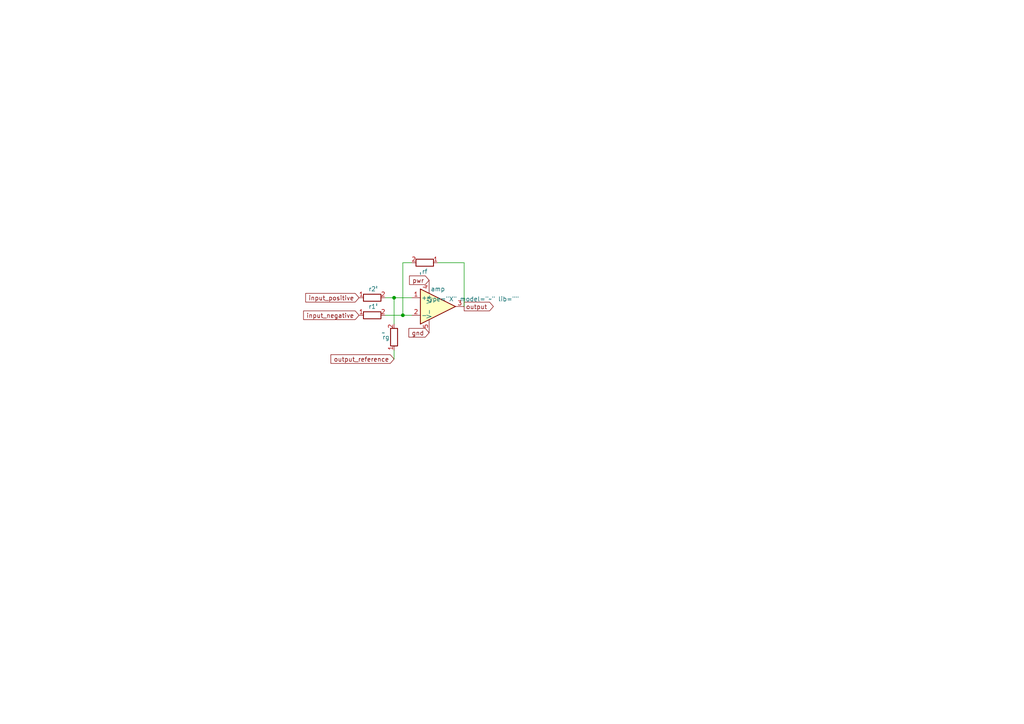
<source format=kicad_sch>
(kicad_sch (version 20211123) (generator eeschema)

  (uuid b55f6c44-5d5d-4524-bb86-893662f64598)

  (paper "A4")

  (lib_symbols
    (symbol "Device:R" (pin_names (offset 0)) (in_bom yes) (on_board yes)
      (property "Reference" "R" (id 0) (at 2.032 0 90)
        (effects (font (size 1.27 1.27)))
      )
      (property "Value" "R" (id 1) (at 0 0 90)
        (effects (font (size 1.27 1.27)))
      )
      (property "Footprint" "" (id 2) (at -1.778 0 90)
        (effects (font (size 1.27 1.27)) hide)
      )
      (property "Datasheet" "~" (id 3) (at 0 0 0)
        (effects (font (size 1.27 1.27)) hide)
      )
      (property "ki_keywords" "R res resistor" (id 4) (at 0 0 0)
        (effects (font (size 1.27 1.27)) hide)
      )
      (property "ki_description" "Resistor" (id 5) (at 0 0 0)
        (effects (font (size 1.27 1.27)) hide)
      )
      (property "ki_fp_filters" "R_*" (id 6) (at 0 0 0)
        (effects (font (size 1.27 1.27)) hide)
      )
      (symbol "R_0_1"
        (rectangle (start -1.016 -2.54) (end 1.016 2.54)
          (stroke (width 0.254) (type default) (color 0 0 0 0))
          (fill (type none))
        )
      )
      (symbol "R_1_1"
        (pin passive line (at 0 3.81 270) (length 1.27)
          (name "~" (effects (font (size 1.27 1.27))))
          (number "1" (effects (font (size 1.27 1.27))))
        )
        (pin passive line (at 0 -3.81 90) (length 1.27)
          (name "~" (effects (font (size 1.27 1.27))))
          (number "2" (effects (font (size 1.27 1.27))))
        )
      )
    )
    (symbol "Simulation_SPICE:OPAMP" (pin_names (offset 0.254)) (in_bom yes) (on_board yes)
      (property "Reference" "U" (id 0) (at 3.81 3.175 0)
        (effects (font (size 1.27 1.27)) (justify left))
      )
      (property "Value" "OPAMP" (id 1) (at 3.81 -3.175 0)
        (effects (font (size 1.27 1.27)) (justify left))
      )
      (property "Footprint" "" (id 2) (at 0 0 0)
        (effects (font (size 1.27 1.27)) hide)
      )
      (property "Datasheet" "~" (id 3) (at 0 0 0)
        (effects (font (size 1.27 1.27)) hide)
      )
      (property "Spice_Netlist_Enabled" "Y" (id 4) (at 0 0 0)
        (effects (font (size 1.27 1.27)) (justify left) hide)
      )
      (property "Spice_Primitive" "X" (id 5) (at 0 0 0)
        (effects (font (size 1.27 1.27)) (justify left) hide)
      )
      (property "ki_keywords" "simulation" (id 6) (at 0 0 0)
        (effects (font (size 1.27 1.27)) hide)
      )
      (property "ki_description" "Operational amplifier, single, node sequence=1:+ 2:- 3:OUT 4:V+ 5:V-" (id 7) (at 0 0 0)
        (effects (font (size 1.27 1.27)) hide)
      )
      (symbol "OPAMP_0_1"
        (polyline
          (pts
            (xy 5.08 0)
            (xy -5.08 5.08)
            (xy -5.08 -5.08)
            (xy 5.08 0)
          )
          (stroke (width 0.254) (type default) (color 0 0 0 0))
          (fill (type background))
        )
      )
      (symbol "OPAMP_1_1"
        (pin input line (at -7.62 2.54 0) (length 2.54)
          (name "+" (effects (font (size 1.27 1.27))))
          (number "1" (effects (font (size 1.27 1.27))))
        )
        (pin input line (at -7.62 -2.54 0) (length 2.54)
          (name "-" (effects (font (size 1.27 1.27))))
          (number "2" (effects (font (size 1.27 1.27))))
        )
        (pin output line (at 7.62 0 180) (length 2.54)
          (name "~" (effects (font (size 1.27 1.27))))
          (number "3" (effects (font (size 1.27 1.27))))
        )
        (pin power_in line (at -2.54 7.62 270) (length 3.81)
          (name "V+" (effects (font (size 1.27 1.27))))
          (number "4" (effects (font (size 1.27 1.27))))
        )
        (pin power_in line (at -2.54 -7.62 90) (length 3.81)
          (name "V-" (effects (font (size 1.27 1.27))))
          (number "5" (effects (font (size 1.27 1.27))))
        )
      )
    )
  )

  (junction (at 114.3 86.36) (diameter 0) (color 0 0 0 0)
    (uuid 724eb6d1-6658-4962-98da-419464012a89)
  )
  (junction (at 116.84 91.44) (diameter 0) (color 0 0 0 0)
    (uuid 8c4d61f4-6efd-4305-85f5-8ca6de2f59f6)
  )

  (wire (pts (xy 114.3 101.6) (xy 114.3 104.14))
    (stroke (width 0) (type default) (color 0 0 0 0))
    (uuid 0fd5f6d6-f82a-422a-83bb-da02c4ccc7f1)
  )
  (wire (pts (xy 114.3 86.36) (xy 114.3 93.98))
    (stroke (width 0) (type default) (color 0 0 0 0))
    (uuid 1db60dde-7913-4775-83ad-b82d2fb7958b)
  )
  (wire (pts (xy 134.62 88.9) (xy 134.62 76.2))
    (stroke (width 0) (type default) (color 0 0 0 0))
    (uuid 267789fb-5f3d-447a-b84a-f0e644514e1f)
  )
  (wire (pts (xy 114.3 86.36) (xy 119.38 86.36))
    (stroke (width 0) (type default) (color 0 0 0 0))
    (uuid 4b084c25-6127-4a95-84e2-41d95a81f088)
  )
  (wire (pts (xy 111.76 91.44) (xy 116.84 91.44))
    (stroke (width 0) (type default) (color 0 0 0 0))
    (uuid 51396da4-0c81-43bd-ae59-f33e1ef645cc)
  )
  (wire (pts (xy 127 76.2) (xy 134.62 76.2))
    (stroke (width 0) (type default) (color 0 0 0 0))
    (uuid 5b9638fd-68c8-499a-9ddd-536b8122cbf7)
  )
  (wire (pts (xy 116.84 91.44) (xy 116.84 76.2))
    (stroke (width 0) (type default) (color 0 0 0 0))
    (uuid 7e6f7cfe-2f34-4c80-ae3c-1264e69128a7)
  )
  (wire (pts (xy 116.84 76.2) (xy 119.38 76.2))
    (stroke (width 0) (type default) (color 0 0 0 0))
    (uuid ba687100-c96d-4564-b2c1-9b92c46b852d)
  )
  (wire (pts (xy 116.84 91.44) (xy 119.38 91.44))
    (stroke (width 0) (type default) (color 0 0 0 0))
    (uuid bde1e851-5e1e-42cf-8b4d-0a60196f05f6)
  )
  (wire (pts (xy 111.76 86.36) (xy 114.3 86.36))
    (stroke (width 0) (type default) (color 0 0 0 0))
    (uuid ead65eee-52e7-4028-8fbc-15516e0d6838)
  )

  (global_label "input_positive" (shape input) (at 104.14 86.36 180) (fields_autoplaced)
    (effects (font (size 1.27 1.27)) (justify right))
    (uuid 03feafe7-ba4c-4cf4-bccd-f6ef69ae85bd)
    (property "Intersheet References" "${INTERSHEET_REFS}" (id 0) (at 88.664 86.2806 0)
      (effects (font (size 1.27 1.27)) (justify right) hide)
    )
  )
  (global_label "pwr" (shape input) (at 124.46 81.28 180) (fields_autoplaced)
    (effects (font (size 1.27 1.27)) (justify right))
    (uuid 15dbe0b0-900f-4726-baea-517b84e445d6)
    (property "Intersheet References" "${INTERSHEET_REFS}" (id 0) (at 118.7812 81.3594 0)
      (effects (font (size 1.27 1.27)) (justify right) hide)
    )
  )
  (global_label "output_reference" (shape input) (at 114.3 104.14 180) (fields_autoplaced)
    (effects (font (size 1.27 1.27)) (justify right))
    (uuid 4ef09170-ecf5-4974-afc9-41933fd0feaf)
    (property "Intersheet References" "${INTERSHEET_REFS}" (id 0) (at 95.9817 104.0606 0)
      (effects (font (size 1.27 1.27)) (justify right) hide)
    )
  )
  (global_label "input_negative" (shape input) (at 104.14 91.44 180) (fields_autoplaced)
    (effects (font (size 1.27 1.27)) (justify right))
    (uuid 5504464d-52c8-4b4f-9432-87eaf072d184)
    (property "Intersheet References" "${INTERSHEET_REFS}" (id 0) (at 88.0593 91.3606 0)
      (effects (font (size 1.27 1.27)) (justify right) hide)
    )
  )
  (global_label "output" (shape output) (at 134.62 88.9 0) (fields_autoplaced)
    (effects (font (size 1.27 1.27)) (justify left))
    (uuid bd12e0c1-d282-4405-a38a-bf83e3c47a27)
    (property "Intersheet References" "${INTERSHEET_REFS}" (id 0) (at 143.0807 88.8206 0)
      (effects (font (size 1.27 1.27)) (justify left) hide)
    )
  )
  (global_label "gnd" (shape input) (at 124.46 96.52 180) (fields_autoplaced)
    (effects (font (size 1.27 1.27)) (justify right))
    (uuid f51483a1-2a12-4e30-ad93-d0ae85257a2f)
    (property "Intersheet References" "${INTERSHEET_REFS}" (id 0) (at 118.5998 96.5994 0)
      (effects (font (size 1.27 1.27)) (justify right) hide)
    )
  )

  (symbol (lib_id "Device:R") (at 107.95 86.36 90) (unit 1)
    (in_bom yes) (on_board yes)
    (uuid 424113f3-96c6-4684-9d49-1f0508b0acbc)
    (property "Reference" "r2" (id 0) (at 107.95 83.82 90))
    (property "Value" "~" (id 1) (at 109.2199 83.82 0)
      (effects (font (size 1.27 1.27)) (justify left))
    )
    (property "Footprint" "" (id 2) (at 107.95 88.138 90)
      (effects (font (size 1.27 1.27)) hide)
    )
    (property "Datasheet" "~" (id 3) (at 107.95 86.36 0)
      (effects (font (size 1.27 1.27)) hide)
    )
    (pin "1" (uuid 4cbe2935-6180-4837-95ce-5ecece1d9239))
    (pin "2" (uuid 3a310b3d-f8ad-4d95-81da-7cedd9a636bb))
  )

  (symbol (lib_id "Device:R") (at 123.19 76.2 270) (unit 1)
    (in_bom yes) (on_board yes)
    (uuid 43399170-d006-44d5-9d0f-304d5e1dfafd)
    (property "Reference" "rf" (id 0) (at 123.19 78.74 90))
    (property "Value" "~" (id 1) (at 121.9201 78.74 0)
      (effects (font (size 1.27 1.27)) (justify left))
    )
    (property "Footprint" "" (id 2) (at 123.19 74.422 90)
      (effects (font (size 1.27 1.27)) hide)
    )
    (property "Datasheet" "~" (id 3) (at 123.19 76.2 0)
      (effects (font (size 1.27 1.27)) hide)
    )
    (pin "1" (uuid a609b23c-48d2-4a69-9637-6f7e84f55ad9))
    (pin "2" (uuid 56e1e008-ede7-4308-9757-263ca1bb630e))
  )

  (symbol (lib_id "Device:R") (at 107.95 91.44 90) (unit 1)
    (in_bom yes) (on_board yes)
    (uuid 6b0d5df9-b2da-44e2-8a2b-ae179529fe85)
    (property "Reference" "r1" (id 0) (at 107.95 88.9 90))
    (property "Value" "~" (id 1) (at 109.2199 88.9 0)
      (effects (font (size 1.27 1.27)) (justify left))
    )
    (property "Footprint" "" (id 2) (at 107.95 93.218 90)
      (effects (font (size 1.27 1.27)) hide)
    )
    (property "Datasheet" "~" (id 3) (at 107.95 91.44 0)
      (effects (font (size 1.27 1.27)) hide)
    )
    (pin "1" (uuid 0c1efb6e-2dfd-4b7a-b544-f31be6aca232))
    (pin "2" (uuid 21477f42-a0ad-469a-ab0f-99eab221b7d7))
  )

  (symbol (lib_id "Simulation_SPICE:OPAMP") (at 127 88.9 0) (unit 1)
    (in_bom yes) (on_board yes)
    (uuid 95a16bc8-5b0b-4a19-9511-bfbdba477838)
    (property "Reference" "amp" (id 0) (at 127 83.82 0))
    (property "Value" "~" (id 1) (at 137.16 86.741 0))
    (property "Footprint" "" (id 2) (at 127 88.9 0)
      (effects (font (size 1.27 1.27)) hide)
    )
    (property "Datasheet" "~" (id 3) (at 127 88.9 0)
      (effects (font (size 1.27 1.27)) hide)
    )
    (property "Spice_Netlist_Enabled" "Y" (id 4) (at 127 88.9 0)
      (effects (font (size 1.27 1.27)) (justify left) hide)
    )
    (property "Spice_Primitive" "X" (id 5) (at 127 88.9 0)
      (effects (font (size 1.27 1.27)) (justify left) hide)
    )
    (pin "1" (uuid 588d83db-4b71-471d-925d-7b4021b3cc3f))
    (pin "2" (uuid 1ab50293-22fa-4637-8d03-4390ea5f9e23))
    (pin "3" (uuid b877e4e1-0512-4e43-9ff9-0d7a6e1fb92a))
    (pin "4" (uuid 9ae41ef8-6120-410f-87fd-7b7c6023319b))
    (pin "5" (uuid 63aafb65-2deb-4d0a-903e-ae52aae082e0))
  )

  (symbol (lib_id "Device:R") (at 114.3 97.79 180) (unit 1)
    (in_bom yes) (on_board yes)
    (uuid bc85c8b6-5c82-4cf8-ad22-158c3a6558a0)
    (property "Reference" "rg" (id 0) (at 113.03 97.79 0)
      (effects (font (size 1.27 1.27)) (justify left))
    )
    (property "Value" "~" (id 1) (at 111.76 96.5201 0)
      (effects (font (size 1.27 1.27)) (justify left))
    )
    (property "Footprint" "" (id 2) (at 116.078 97.79 90)
      (effects (font (size 1.27 1.27)) hide)
    )
    (property "Datasheet" "~" (id 3) (at 114.3 97.79 0)
      (effects (font (size 1.27 1.27)) hide)
    )
    (pin "1" (uuid 6e9bb1d8-d5a7-4ed0-85f1-81130e3e40a5))
    (pin "2" (uuid 28f03921-1f18-430f-93f8-90db6f8c8b81))
  )

  (sheet_instances
    (path "/" (page "1"))
  )

  (symbol_instances
    (path "/95a16bc8-5b0b-4a19-9511-bfbdba477838"
      (reference "amp") (unit 1) (value "~") (footprint "")
    )
    (path "/6b0d5df9-b2da-44e2-8a2b-ae179529fe85"
      (reference "r1") (unit 1) (value "~") (footprint "")
    )
    (path "/424113f3-96c6-4684-9d49-1f0508b0acbc"
      (reference "r2") (unit 1) (value "~") (footprint "")
    )
    (path "/43399170-d006-44d5-9d0f-304d5e1dfafd"
      (reference "rf") (unit 1) (value "~") (footprint "")
    )
    (path "/bc85c8b6-5c82-4cf8-ad22-158c3a6558a0"
      (reference "rg") (unit 1) (value "~") (footprint "")
    )
  )
)

</source>
